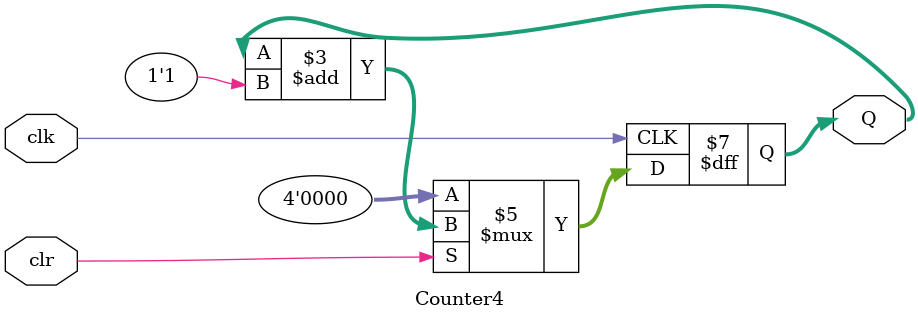
<source format=v>
module Counter4 (
	output reg [3:0] Q,
	input wire clk,
	input wire clr
);

always @(posedge clk)
begin
	if (!clr) Q = 4'b0000;  // if clear == 0 or Q == 4'b1111
	else Q = Q + 1'b1;
end

endmodule

</source>
